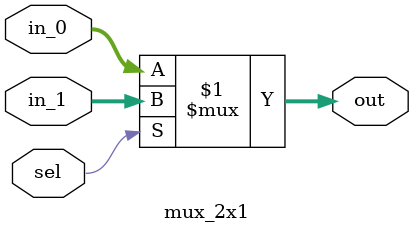
<source format=sv>
module mux_2x1(
    input logic [31:0] in_0, in_1,
    input logic sel,
    output logic [31:0] out);

    assign out = sel ? in_1 : in_0;
    
endmodule

</source>
